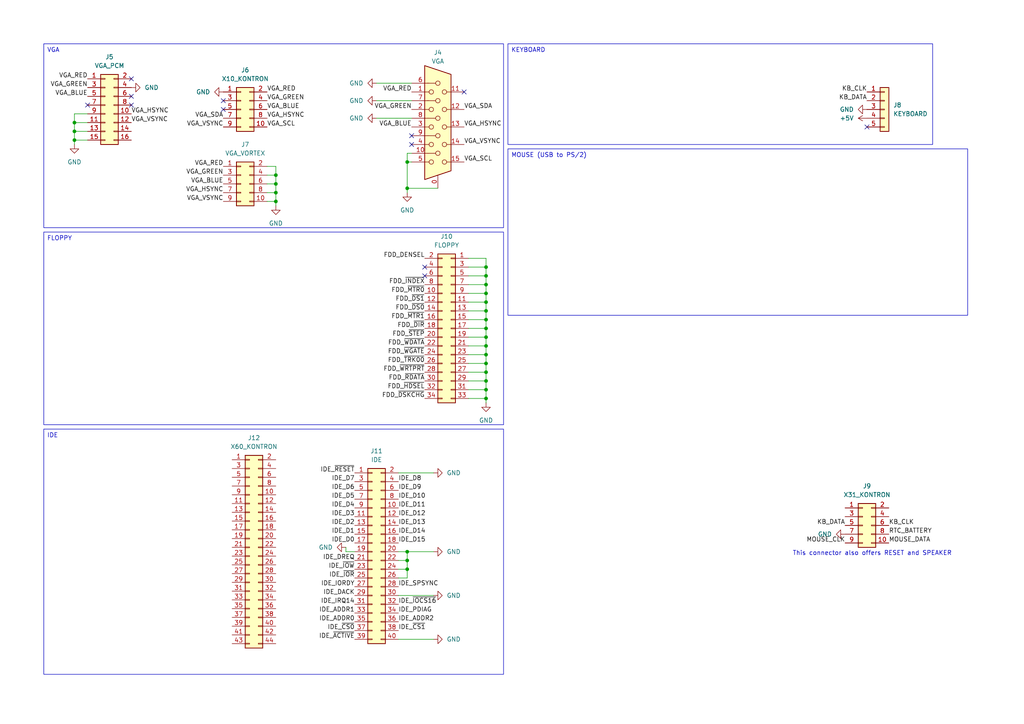
<source format=kicad_sch>
(kicad_sch (version 20230121) (generator eeschema)
  (paper "A4")
  (title_block (title "I/O ports"))
  (lib_symbols
    (symbol "Connector:DE15_Receptacle_HighDensity_MountingHoles" (pin_names (offset 1.016) hide)
      (property "Reference" "J" (at 0 21.59 0))
      (property "Value" "DE15_Receptacle_HighDensity_MountingHoles" (at 0 19.05 0))
      (symbol "DE15_Receptacle_HighDensity_MountingHoles_0_1"
        (circle (center -1.905 -10.16) (radius 0.635))
        (circle (center -1.905 -5.08) (radius 0.635))
        (circle (center -1.905 0) (radius 0.635))
        (circle (center -1.905 5.08) (radius 0.635))
        (circle (center -1.905 10.16) (radius 0.635))
        (circle (center 0 -7.62) (radius 0.635))
        (circle (center 0 -2.54) (radius 0.635))
        (polyline (pts (xy -3.175 7.62) (xy -0.635 7.62)))
        (polyline (pts (xy -0.635 -7.62) (xy -3.175 -7.62)))
        (polyline (pts (xy -0.635 -2.54) (xy -3.175 -2.54)))
        (polyline (pts (xy -0.635 2.54) (xy -3.175 2.54)))
        (polyline (pts (xy -0.635 12.7) (xy -3.175 12.7)))
        (polyline (pts (xy -3.81 17.78) (xy -3.81 -15.24) (xy 3.81 -12.7) (xy 3.81 15.24) (xy -3.81 17.78)) (stroke (width 0.254)) (fill (type background)))
        (circle (center 0 2.54) (radius 0.635))
        (circle (center 0 7.62) (radius 0.635))
        (circle (center 0 12.7) (radius 0.635))
        (circle (center 1.905 -10.16) (radius 0.635))
        (circle (center 1.905 -5.08) (radius 0.635))
        (circle (center 1.905 0) (radius 0.635))
        (circle (center 1.905 5.08) (radius 0.635))
        (circle (center 1.905 10.16) (radius 0.635))
      )
      (symbol "DE15_Receptacle_HighDensity_MountingHoles_1_1"
        (pin passive line (at 0 -17.78 90) (length 3.81) (name "~") (number "0"))
        (pin passive line (at -7.62 10.16 0) (length 5.08) (name "~") (number "1"))
        (pin passive line (at -7.62 -7.62 0) (length 5.08) (name "~") (number "10"))
        (pin passive line (at 7.62 10.16 180) (length 5.08) (name "~") (number "11"))
        (pin passive line (at 7.62 5.08 180) (length 5.08) (name "~") (number "12"))
        (pin passive line (at 7.62 0 180) (length 5.08) (name "~") (number "13"))
        (pin passive line (at 7.62 -5.08 180) (length 5.08) (name "~") (number "14"))
        (pin passive line (at 7.62 -10.16 180) (length 5.08) (name "~") (number "15"))
        (pin passive line (at -7.62 5.08 0) (length 5.08) (name "~") (number "2"))
        (pin passive line (at -7.62 0 0) (length 5.08) (name "~") (number "3"))
        (pin passive line (at -7.62 -5.08 0) (length 5.08) (name "~") (number "4"))
        (pin passive line (at -7.62 -10.16 0) (length 5.08) (name "~") (number "5"))
        (pin passive line (at -7.62 12.7 0) (length 5.08) (name "~") (number "6"))
        (pin passive line (at -7.62 7.62 0) (length 5.08) (name "~") (number "7"))
        (pin passive line (at -7.62 2.54 0) (length 5.08) (name "~") (number "8"))
        (pin passive line (at -7.62 -2.54 0) (length 5.08) (name "~") (number "9"))
      )
    )
    (symbol "Connector_Generic:Conn_01x05" (pin_names (offset 1.016) hide)
      (property "Reference" "J" (at 0 7.62 0))
      (property "Value" "Conn_01x05" (at 0 -7.62 0))
      (symbol "Conn_01x05_1_1"
        (rectangle (start -1.27 -4.953) (end 0 -5.207) (stroke (width 0.1524)))
        (rectangle (start -1.27 -2.413) (end 0 -2.667) (stroke (width 0.1524)))
        (rectangle (start -1.27 0.127) (end 0 -0.127) (stroke (width 0.1524)))
        (rectangle (start -1.27 2.667) (end 0 2.413) (stroke (width 0.1524)))
        (rectangle (start -1.27 5.207) (end 0 4.953) (stroke (width 0.1524)))
        (rectangle (start -1.27 6.35) (end 1.27 -6.35) (stroke (width 0.254)) (fill (type background)))
        (pin passive line (at -5.08 5.08 0) (length 3.81) (name "Pin_1") (number "1"))
        (pin passive line (at -5.08 2.54 0) (length 3.81) (name "Pin_2") (number "2"))
        (pin passive line (at -5.08 0 0) (length 3.81) (name "Pin_3") (number "3"))
        (pin passive line (at -5.08 -2.54 0) (length 3.81) (name "Pin_4") (number "4"))
        (pin passive line (at -5.08 -5.08 0) (length 3.81) (name "Pin_5") (number "5"))
      )
    )
    (symbol "Connector_Generic:Conn_02x05_Odd_Even" (pin_names (offset 1.016) hide)
      (property "Reference" "J" (at 1.27 7.62 0))
      (property "Value" "Conn_02x05_Odd_Even" (at 1.27 -7.62 0))
      (symbol "Conn_02x05_Odd_Even_1_1"
        (rectangle (start -1.27 -4.953) (end 0 -5.207) (stroke (width 0.1524)))
        (rectangle (start -1.27 -2.413) (end 0 -2.667) (stroke (width 0.1524)))
        (rectangle (start -1.27 0.127) (end 0 -0.127) (stroke (width 0.1524)))
        (rectangle (start -1.27 2.667) (end 0 2.413) (stroke (width 0.1524)))
        (rectangle (start -1.27 5.207) (end 0 4.953) (stroke (width 0.1524)))
        (rectangle (start -1.27 6.35) (end 3.81 -6.35) (stroke (width 0.254)) (fill (type background)))
        (rectangle (start 3.81 -4.953) (end 2.54 -5.207) (stroke (width 0.1524)))
        (rectangle (start 3.81 -2.413) (end 2.54 -2.667) (stroke (width 0.1524)))
        (rectangle (start 3.81 0.127) (end 2.54 -0.127) (stroke (width 0.1524)))
        (rectangle (start 3.81 2.667) (end 2.54 2.413) (stroke (width 0.1524)))
        (rectangle (start 3.81 5.207) (end 2.54 4.953) (stroke (width 0.1524)))
        (pin passive line (at -5.08 5.08 0) (length 3.81) (name "Pin_1") (number "1"))
        (pin passive line (at 7.62 -5.08 180) (length 3.81) (name "Pin_10") (number "10"))
        (pin passive line (at 7.62 5.08 180) (length 3.81) (name "Pin_2") (number "2"))
        (pin passive line (at -5.08 2.54 0) (length 3.81) (name "Pin_3") (number "3"))
        (pin passive line (at 7.62 2.54 180) (length 3.81) (name "Pin_4") (number "4"))
        (pin passive line (at -5.08 0 0) (length 3.81) (name "Pin_5") (number "5"))
        (pin passive line (at 7.62 0 180) (length 3.81) (name "Pin_6") (number "6"))
        (pin passive line (at -5.08 -2.54 0) (length 3.81) (name "Pin_7") (number "7"))
        (pin passive line (at 7.62 -2.54 180) (length 3.81) (name "Pin_8") (number "8"))
        (pin passive line (at -5.08 -5.08 0) (length 3.81) (name "Pin_9") (number "9"))
      )
    )
    (symbol "Connector_Generic:Conn_02x08_Odd_Even" (pin_names (offset 1.016) hide)
      (property "Reference" "J" (at 1.27 10.16 0))
      (property "Value" "Conn_02x08_Odd_Even" (at 1.27 -12.7 0))
      (symbol "Conn_02x08_Odd_Even_1_1"
        (rectangle (start -1.27 -10.033) (end 0 -10.287) (stroke (width 0.1524)))
        (rectangle (start -1.27 -7.493) (end 0 -7.747) (stroke (width 0.1524)))
        (rectangle (start -1.27 -4.953) (end 0 -5.207) (stroke (width 0.1524)))
        (rectangle (start -1.27 -2.413) (end 0 -2.667) (stroke (width 0.1524)))
        (rectangle (start -1.27 0.127) (end 0 -0.127) (stroke (width 0.1524)))
        (rectangle (start -1.27 2.667) (end 0 2.413) (stroke (width 0.1524)))
        (rectangle (start -1.27 5.207) (end 0 4.953) (stroke (width 0.1524)))
        (rectangle (start -1.27 7.747) (end 0 7.493) (stroke (width 0.1524)))
        (rectangle (start -1.27 8.89) (end 3.81 -11.43) (stroke (width 0.254)) (fill (type background)))
        (rectangle (start 3.81 -10.033) (end 2.54 -10.287) (stroke (width 0.1524)))
        (rectangle (start 3.81 -7.493) (end 2.54 -7.747) (stroke (width 0.1524)))
        (rectangle (start 3.81 -4.953) (end 2.54 -5.207) (stroke (width 0.1524)))
        (rectangle (start 3.81 -2.413) (end 2.54 -2.667) (stroke (width 0.1524)))
        (rectangle (start 3.81 0.127) (end 2.54 -0.127) (stroke (width 0.1524)))
        (rectangle (start 3.81 2.667) (end 2.54 2.413) (stroke (width 0.1524)))
        (rectangle (start 3.81 5.207) (end 2.54 4.953) (stroke (width 0.1524)))
        (rectangle (start 3.81 7.747) (end 2.54 7.493) (stroke (width 0.1524)))
        (pin passive line (at -5.08 7.62 0) (length 3.81) (name "Pin_1") (number "1"))
        (pin passive line (at 7.62 -2.54 180) (length 3.81) (name "Pin_10") (number "10"))
        (pin passive line (at -5.08 -5.08 0) (length 3.81) (name "Pin_11") (number "11"))
        (pin passive line (at 7.62 -5.08 180) (length 3.81) (name "Pin_12") (number "12"))
        (pin passive line (at -5.08 -7.62 0) (length 3.81) (name "Pin_13") (number "13"))
        (pin passive line (at 7.62 -7.62 180) (length 3.81) (name "Pin_14") (number "14"))
        (pin passive line (at -5.08 -10.16 0) (length 3.81) (name "Pin_15") (number "15"))
        (pin passive line (at 7.62 -10.16 180) (length 3.81) (name "Pin_16") (number "16"))
        (pin passive line (at 7.62 7.62 180) (length 3.81) (name "Pin_2") (number "2"))
        (pin passive line (at -5.08 5.08 0) (length 3.81) (name "Pin_3") (number "3"))
        (pin passive line (at 7.62 5.08 180) (length 3.81) (name "Pin_4") (number "4"))
        (pin passive line (at -5.08 2.54 0) (length 3.81) (name "Pin_5") (number "5"))
        (pin passive line (at 7.62 2.54 180) (length 3.81) (name "Pin_6") (number "6"))
        (pin passive line (at -5.08 0 0) (length 3.81) (name "Pin_7") (number "7"))
        (pin passive line (at 7.62 0 180) (length 3.81) (name "Pin_8") (number "8"))
        (pin passive line (at -5.08 -2.54 0) (length 3.81) (name "Pin_9") (number "9"))
      )
    )
    (symbol "Connector_Generic:Conn_02x17_Odd_Even" (pin_names (offset 1.016) hide)
      (property "Reference" "J" (at 1.27 22.86 0))
      (property "Value" "Conn_02x17_Odd_Even" (at 1.27 -22.86 0))
      (symbol "Conn_02x17_Odd_Even_1_1"
        (rectangle (start -1.27 -20.193) (end 0 -20.447) (stroke (width 0.1524)))
        (rectangle (start -1.27 -17.653) (end 0 -17.907) (stroke (width 0.1524)))
        (rectangle (start -1.27 -15.113) (end 0 -15.367) (stroke (width 0.1524)))
        (rectangle (start -1.27 -12.573) (end 0 -12.827) (stroke (width 0.1524)))
        (rectangle (start -1.27 -10.033) (end 0 -10.287) (stroke (width 0.1524)))
        (rectangle (start -1.27 -7.493) (end 0 -7.747) (stroke (width 0.1524)))
        (rectangle (start -1.27 -4.953) (end 0 -5.207) (stroke (width 0.1524)))
        (rectangle (start -1.27 -2.413) (end 0 -2.667) (stroke (width 0.1524)))
        (rectangle (start -1.27 0.127) (end 0 -0.127) (stroke (width 0.1524)))
        (rectangle (start -1.27 2.667) (end 0 2.413) (stroke (width 0.1524)))
        (rectangle (start -1.27 5.207) (end 0 4.953) (stroke (width 0.1524)))
        (rectangle (start -1.27 7.747) (end 0 7.493) (stroke (width 0.1524)))
        (rectangle (start -1.27 10.287) (end 0 10.033) (stroke (width 0.1524)))
        (rectangle (start -1.27 12.827) (end 0 12.573) (stroke (width 0.1524)))
        (rectangle (start -1.27 15.367) (end 0 15.113) (stroke (width 0.1524)))
        (rectangle (start -1.27 17.907) (end 0 17.653) (stroke (width 0.1524)))
        (rectangle (start -1.27 20.447) (end 0 20.193) (stroke (width 0.1524)))
        (rectangle (start -1.27 21.59) (end 3.81 -21.59) (stroke (width 0.254)) (fill (type background)))
        (rectangle (start 3.81 -20.193) (end 2.54 -20.447) (stroke (width 0.1524)))
        (rectangle (start 3.81 -17.653) (end 2.54 -17.907) (stroke (width 0.1524)))
        (rectangle (start 3.81 -15.113) (end 2.54 -15.367) (stroke (width 0.1524)))
        (rectangle (start 3.81 -12.573) (end 2.54 -12.827) (stroke (width 0.1524)))
        (rectangle (start 3.81 -10.033) (end 2.54 -10.287) (stroke (width 0.1524)))
        (rectangle (start 3.81 -7.493) (end 2.54 -7.747) (stroke (width 0.1524)))
        (rectangle (start 3.81 -4.953) (end 2.54 -5.207) (stroke (width 0.1524)))
        (rectangle (start 3.81 -2.413) (end 2.54 -2.667) (stroke (width 0.1524)))
        (rectangle (start 3.81 0.127) (end 2.54 -0.127) (stroke (width 0.1524)))
        (rectangle (start 3.81 2.667) (end 2.54 2.413) (stroke (width 0.1524)))
        (rectangle (start 3.81 5.207) (end 2.54 4.953) (stroke (width 0.1524)))
        (rectangle (start 3.81 7.747) (end 2.54 7.493) (stroke (width 0.1524)))
        (rectangle (start 3.81 10.287) (end 2.54 10.033) (stroke (width 0.1524)))
        (rectangle (start 3.81 12.827) (end 2.54 12.573) (stroke (width 0.1524)))
        (rectangle (start 3.81 15.367) (end 2.54 15.113) (stroke (width 0.1524)))
        (rectangle (start 3.81 17.907) (end 2.54 17.653) (stroke (width 0.1524)))
        (rectangle (start 3.81 20.447) (end 2.54 20.193) (stroke (width 0.1524)))
        (pin passive line (at -5.08 20.32 0) (length 3.81) (name "Pin_1") (number "1"))
        (pin passive line (at 7.62 10.16 180) (length 3.81) (name "Pin_10") (number "10"))
        (pin passive line (at -5.08 7.62 0) (length 3.81) (name "Pin_11") (number "11"))
        (pin passive line (at 7.62 7.62 180) (length 3.81) (name "Pin_12") (number "12"))
        (pin passive line (at -5.08 5.08 0) (length 3.81) (name "Pin_13") (number "13"))
        (pin passive line (at 7.62 5.08 180) (length 3.81) (name "Pin_14") (number "14"))
        (pin passive line (at -5.08 2.54 0) (length 3.81) (name "Pin_15") (number "15"))
        (pin passive line (at 7.62 2.54 180) (length 3.81) (name "Pin_16") (number "16"))
        (pin passive line (at -5.08 0 0) (length 3.81) (name "Pin_17") (number "17"))
        (pin passive line (at 7.62 0 180) (length 3.81) (name "Pin_18") (number "18"))
        (pin passive line (at -5.08 -2.54 0) (length 3.81) (name "Pin_19") (number "19"))
        (pin passive line (at 7.62 20.32 180) (length 3.81) (name "Pin_2") (number "2"))
        (pin passive line (at 7.62 -2.54 180) (length 3.81) (name "Pin_20") (number "20"))
        (pin passive line (at -5.08 -5.08 0) (length 3.81) (name "Pin_21") (number "21"))
        (pin passive line (at 7.62 -5.08 180) (length 3.81) (name "Pin_22") (number "22"))
        (pin passive line (at -5.08 -7.62 0) (length 3.81) (name "Pin_23") (number "23"))
        (pin passive line (at 7.62 -7.62 180) (length 3.81) (name "Pin_24") (number "24"))
        (pin passive line (at -5.08 -10.16 0) (length 3.81) (name "Pin_25") (number "25"))
        (pin passive line (at 7.62 -10.16 180) (length 3.81) (name "Pin_26") (number "26"))
        (pin passive line (at -5.08 -12.7 0) (length 3.81) (name "Pin_27") (number "27"))
        (pin passive line (at 7.62 -12.7 180) (length 3.81) (name "Pin_28") (number "28"))
        (pin passive line (at -5.08 -15.24 0) (length 3.81) (name "Pin_29") (number "29"))
        (pin passive line (at -5.08 17.78 0) (length 3.81) (name "Pin_3") (number "3"))
        (pin passive line (at 7.62 -15.24 180) (length 3.81) (name "Pin_30") (number "30"))
        (pin passive line (at -5.08 -17.78 0) (length 3.81) (name "Pin_31") (number "31"))
        (pin passive line (at 7.62 -17.78 180) (length 3.81) (name "Pin_32") (number "32"))
        (pin passive line (at -5.08 -20.32 0) (length 3.81) (name "Pin_33") (number "33"))
        (pin passive line (at 7.62 -20.32 180) (length 3.81) (name "Pin_34") (number "34"))
        (pin passive line (at 7.62 17.78 180) (length 3.81) (name "Pin_4") (number "4"))
        (pin passive line (at -5.08 15.24 0) (length 3.81) (name "Pin_5") (number "5"))
        (pin passive line (at 7.62 15.24 180) (length 3.81) (name "Pin_6") (number "6"))
        (pin passive line (at -5.08 12.7 0) (length 3.81) (name "Pin_7") (number "7"))
        (pin passive line (at 7.62 12.7 180) (length 3.81) (name "Pin_8") (number "8"))
        (pin passive line (at -5.08 10.16 0) (length 3.81) (name "Pin_9") (number "9"))
      )
    )
    (symbol "Connector_Generic:Conn_02x20_Odd_Even" (pin_names (offset 1.016) hide)
      (property "Reference" "J" (at 1.27 25.4 0))
      (property "Value" "Conn_02x20_Odd_Even" (at 1.27 -27.94 0))
      (symbol "Conn_02x20_Odd_Even_1_1"
        (rectangle (start -1.27 -25.273) (end 0 -25.527) (stroke (width 0.1524)))
        (rectangle (start -1.27 -22.733) (end 0 -22.987) (stroke (width 0.1524)))
        (rectangle (start -1.27 -20.193) (end 0 -20.447) (stroke (width 0.1524)))
        (rectangle (start -1.27 -17.653) (end 0 -17.907) (stroke (width 0.1524)))
        (rectangle (start -1.27 -15.113) (end 0 -15.367) (stroke (width 0.1524)))
        (rectangle (start -1.27 -12.573) (end 0 -12.827) (stroke (width 0.1524)))
        (rectangle (start -1.27 -10.033) (end 0 -10.287) (stroke (width 0.1524)))
        (rectangle (start -1.27 -7.493) (end 0 -7.747) (stroke (width 0.1524)))
        (rectangle (start -1.27 -4.953) (end 0 -5.207) (stroke (width 0.1524)))
        (rectangle (start -1.27 -2.413) (end 0 -2.667) (stroke (width 0.1524)))
        (rectangle (start -1.27 0.127) (end 0 -0.127) (stroke (width 0.1524)))
        (rectangle (start -1.27 2.667) (end 0 2.413) (stroke (width 0.1524)))
        (rectangle (start -1.27 5.207) (end 0 4.953) (stroke (width 0.1524)))
        (rectangle (start -1.27 7.747) (end 0 7.493) (stroke (width 0.1524)))
        (rectangle (start -1.27 10.287) (end 0 10.033) (stroke (width 0.1524)))
        (rectangle (start -1.27 12.827) (end 0 12.573) (stroke (width 0.1524)))
        (rectangle (start -1.27 15.367) (end 0 15.113) (stroke (width 0.1524)))
        (rectangle (start -1.27 17.907) (end 0 17.653) (stroke (width 0.1524)))
        (rectangle (start -1.27 20.447) (end 0 20.193) (stroke (width 0.1524)))
        (rectangle (start -1.27 22.987) (end 0 22.733) (stroke (width 0.1524)))
        (rectangle (start -1.27 24.13) (end 3.81 -26.67) (stroke (width 0.254)) (fill (type background)))
        (rectangle (start 3.81 -25.273) (end 2.54 -25.527) (stroke (width 0.1524)))
        (rectangle (start 3.81 -22.733) (end 2.54 -22.987) (stroke (width 0.1524)))
        (rectangle (start 3.81 -20.193) (end 2.54 -20.447) (stroke (width 0.1524)))
        (rectangle (start 3.81 -17.653) (end 2.54 -17.907) (stroke (width 0.1524)))
        (rectangle (start 3.81 -15.113) (end 2.54 -15.367) (stroke (width 0.1524)))
        (rectangle (start 3.81 -12.573) (end 2.54 -12.827) (stroke (width 0.1524)))
        (rectangle (start 3.81 -10.033) (end 2.54 -10.287) (stroke (width 0.1524)))
        (rectangle (start 3.81 -7.493) (end 2.54 -7.747) (stroke (width 0.1524)))
        (rectangle (start 3.81 -4.953) (end 2.54 -5.207) (stroke (width 0.1524)))
        (rectangle (start 3.81 -2.413) (end 2.54 -2.667) (stroke (width 0.1524)))
        (rectangle (start 3.81 0.127) (end 2.54 -0.127) (stroke (width 0.1524)))
        (rectangle (start 3.81 2.667) (end 2.54 2.413) (stroke (width 0.1524)))
        (rectangle (start 3.81 5.207) (end 2.54 4.953) (stroke (width 0.1524)))
        (rectangle (start 3.81 7.747) (end 2.54 7.493) (stroke (width 0.1524)))
        (rectangle (start 3.81 10.287) (end 2.54 10.033) (stroke (width 0.1524)))
        (rectangle (start 3.81 12.827) (end 2.54 12.573) (stroke (width 0.1524)))
        (rectangle (start 3.81 15.367) (end 2.54 15.113) (stroke (width 0.1524)))
        (rectangle (start 3.81 17.907) (end 2.54 17.653) (stroke (width 0.1524)))
        (rectangle (start 3.81 20.447) (end 2.54 20.193) (stroke (width 0.1524)))
        (rectangle (start 3.81 22.987) (end 2.54 22.733) (stroke (width 0.1524)))
        (pin passive line (at -5.08 22.86 0) (length 3.81) (name "Pin_1") (number "1"))
        (pin passive line (at 7.62 12.7 180) (length 3.81) (name "Pin_10") (number "10"))
        (pin passive line (at -5.08 10.16 0) (length 3.81) (name "Pin_11") (number "11"))
        (pin passive line (at 7.62 10.16 180) (length 3.81) (name "Pin_12") (number "12"))
        (pin passive line (at -5.08 7.62 0) (length 3.81) (name "Pin_13") (number "13"))
        (pin passive line (at 7.62 7.62 180) (length 3.81) (name "Pin_14") (number "14"))
        (pin passive line (at -5.08 5.08 0) (length 3.81) (name "Pin_15") (number "15"))
        (pin passive line (at 7.62 5.08 180) (length 3.81) (name "Pin_16") (number "16"))
        (pin passive line (at -5.08 2.54 0) (length 3.81) (name "Pin_17") (number "17"))
        (pin passive line (at 7.62 2.54 180) (length 3.81) (name "Pin_18") (number "18"))
        (pin passive line (at -5.08 0 0) (length 3.81) (name "Pin_19") (number "19"))
        (pin passive line (at 7.62 22.86 180) (length 3.81) (name "Pin_2") (number "2"))
        (pin passive line (at 7.62 0 180) (length 3.81) (name "Pin_20") (number "20"))
        (pin passive line (at -5.08 -2.54 0) (length 3.81) (name "Pin_21") (number "21"))
        (pin passive line (at 7.62 -2.54 180) (length 3.81) (name "Pin_22") (number "22"))
        (pin passive line (at -5.08 -5.08 0) (length 3.81) (name "Pin_23") (number "23"))
        (pin passive line (at 7.62 -5.08 180) (length 3.81) (name "Pin_24") (number "24"))
        (pin passive line (at -5.08 -7.62 0) (length 3.81) (name "Pin_25") (number "25"))
        (pin passive line (at 7.62 -7.62 180) (length 3.81) (name "Pin_26") (number "26"))
        (pin passive line (at -5.08 -10.16 0) (length 3.81) (name "Pin_27") (number "27"))
        (pin passive line (at 7.62 -10.16 180) (length 3.81) (name "Pin_28") (number "28"))
        (pin passive line (at -5.08 -12.7 0) (length 3.81) (name "Pin_29") (number "29"))
        (pin passive line (at -5.08 20.32 0) (length 3.81) (name "Pin_3") (number "3"))
        (pin passive line (at 7.62 -12.7 180) (length 3.81) (name "Pin_30") (number "30"))
        (pin passive line (at -5.08 -15.24 0) (length 3.81) (name "Pin_31") (number "31"))
        (pin passive line (at 7.62 -15.24 180) (length 3.81) (name "Pin_32") (number "32"))
        (pin passive line (at -5.08 -17.78 0) (length 3.81) (name "Pin_33") (number "33"))
        (pin passive line (at 7.62 -17.78 180) (length 3.81) (name "Pin_34") (number "34"))
        (pin passive line (at -5.08 -20.32 0) (length 3.81) (name "Pin_35") (number "35"))
        (pin passive line (at 7.62 -20.32 180) (length 3.81) (name "Pin_36") (number "36"))
        (pin passive line (at -5.08 -22.86 0) (length 3.81) (name "Pin_37") (number "37"))
        (pin passive line (at 7.62 -22.86 180) (length 3.81) (name "Pin_38") (number "38"))
        (pin passive line (at -5.08 -25.4 0) (length 3.81) (name "Pin_39") (number "39"))
        (pin passive line (at 7.62 20.32 180) (length 3.81) (name "Pin_4") (number "4"))
        (pin passive line (at 7.62 -25.4 180) (length 3.81) (name "Pin_40") (number "40"))
        (pin passive line (at -5.08 17.78 0) (length 3.81) (name "Pin_5") (number "5"))
        (pin passive line (at 7.62 17.78 180) (length 3.81) (name "Pin_6") (number "6"))
        (pin passive line (at -5.08 15.24 0) (length 3.81) (name "Pin_7") (number "7"))
        (pin passive line (at 7.62 15.24 180) (length 3.81) (name "Pin_8") (number "8"))
        (pin passive line (at -5.08 12.7 0) (length 3.81) (name "Pin_9") (number "9"))
      )
    )
    (symbol "Connector_Generic:Conn_02x22_Odd_Even" (pin_names (offset 1.016) hide)
      (property "Reference" "J" (at 1.27 27.94 0))
      (property "Value" "Conn_02x22_Odd_Even" (at 1.27 -30.48 0))
      (symbol "Conn_02x22_Odd_Even_1_1"
        (rectangle (start -1.27 -27.813) (end 0 -28.067) (stroke (width 0.1524)))
        (rectangle (start -1.27 -25.273) (end 0 -25.527) (stroke (width 0.1524)))
        (rectangle (start -1.27 -22.733) (end 0 -22.987) (stroke (width 0.1524)))
        (rectangle (start -1.27 -20.193) (end 0 -20.447) (stroke (width 0.1524)))
        (rectangle (start -1.27 -17.653) (end 0 -17.907) (stroke (width 0.1524)))
        (rectangle (start -1.27 -15.113) (end 0 -15.367) (stroke (width 0.1524)))
        (rectangle (start -1.27 -12.573) (end 0 -12.827) (stroke (width 0.1524)))
        (rectangle (start -1.27 -10.033) (end 0 -10.287) (stroke (width 0.1524)))
        (rectangle (start -1.27 -7.493) (end 0 -7.747) (stroke (width 0.1524)))
        (rectangle (start -1.27 -4.953) (end 0 -5.207) (stroke (width 0.1524)))
        (rectangle (start -1.27 -2.413) (end 0 -2.667) (stroke (width 0.1524)))
        (rectangle (start -1.27 0.127) (end 0 -0.127) (stroke (width 0.1524)))
        (rectangle (start -1.27 2.667) (end 0 2.413) (stroke (width 0.1524)))
        (rectangle (start -1.27 5.207) (end 0 4.953) (stroke (width 0.1524)))
        (rectangle (start -1.27 7.747) (end 0 7.493) (stroke (width 0.1524)))
        (rectangle (start -1.27 10.287) (end 0 10.033) (stroke (width 0.1524)))
        (rectangle (start -1.27 12.827) (end 0 12.573) (stroke (width 0.1524)))
        (rectangle (start -1.27 15.367) (end 0 15.113) (stroke (width 0.1524)))
        (rectangle (start -1.27 17.907) (end 0 17.653) (stroke (width 0.1524)))
        (rectangle (start -1.27 20.447) (end 0 20.193) (stroke (width 0.1524)))
        (rectangle (start -1.27 22.987) (end 0 22.733) (stroke (width 0.1524)))
        (rectangle (start -1.27 25.527) (end 0 25.273) (stroke (width 0.1524)))
        (rectangle (start -1.27 26.67) (end 3.81 -29.21) (stroke (width 0.254)) (fill (type background)))
        (rectangle (start 3.81 -27.813) (end 2.54 -28.067) (stroke (width 0.1524)))
        (rectangle (start 3.81 -25.273) (end 2.54 -25.527) (stroke (width 0.1524)))
        (rectangle (start 3.81 -22.733) (end 2.54 -22.987) (stroke (width 0.1524)))
        (rectangle (start 3.81 -20.193) (end 2.54 -20.447) (stroke (width 0.1524)))
        (rectangle (start 3.81 -17.653) (end 2.54 -17.907) (stroke (width 0.1524)))
        (rectangle (start 3.81 -15.113) (end 2.54 -15.367) (stroke (width 0.1524)))
        (rectangle (start 3.81 -12.573) (end 2.54 -12.827) (stroke (width 0.1524)))
        (rectangle (start 3.81 -10.033) (end 2.54 -10.287) (stroke (width 0.1524)))
        (rectangle (start 3.81 -7.493) (end 2.54 -7.747) (stroke (width 0.1524)))
        (rectangle (start 3.81 -4.953) (end 2.54 -5.207) (stroke (width 0.1524)))
        (rectangle (start 3.81 -2.413) (end 2.54 -2.667) (stroke (width 0.1524)))
        (rectangle (start 3.81 0.127) (end 2.54 -0.127) (stroke (width 0.1524)))
        (rectangle (start 3.81 2.667) (end 2.54 2.413) (stroke (width 0.1524)))
        (rectangle (start 3.81 5.207) (end 2.54 4.953) (stroke (width 0.1524)))
        (rectangle (start 3.81 7.747) (end 2.54 7.493) (stroke (width 0.1524)))
        (rectangle (start 3.81 10.287) (end 2.54 10.033) (stroke (width 0.1524)))
        (rectangle (start 3.81 12.827) (end 2.54 12.573) (stroke (width 0.1524)))
        (rectangle (start 3.81 15.367) (end 2.54 15.113) (stroke (width 0.1524)))
        (rectangle (start 3.81 17.907) (end 2.54 17.653) (stroke (width 0.1524)))
        (rectangle (start 3.81 20.447) (end 2.54 20.193) (stroke (width 0.1524)))
        (rectangle (start 3.81 22.987) (end 2.54 22.733) (stroke (width 0.1524)))
        (rectangle (start 3.81 25.527) (end 2.54 25.273) (stroke (width 0.1524)))
        (pin passive line (at -5.08 25.4 0) (length 3.81) (name "Pin_1") (number "1"))
        (pin passive line (at 7.62 15.24 180) (length 3.81) (name "Pin_10") (number "10"))
        (pin passive line (at -5.08 12.7 0) (length 3.81) (name "Pin_11") (number "11"))
        (pin passive line (at 7.62 12.7 180) (length 3.81) (name "Pin_12") (number "12"))
        (pin passive line (at -5.08 10.16 0) (length 3.81) (name "Pin_13") (number "13"))
        (pin passive line (at 7.62 10.16 180) (length 3.81) (name "Pin_14") (number "14"))
        (pin passive line (at -5.08 7.62 0) (length 3.81) (name "Pin_15") (number "15"))
        (pin passive line (at 7.62 7.62 180) (length 3.81) (name "Pin_16") (number "16"))
        (pin passive line (at -5.08 5.08 0) (length 3.81) (name "Pin_17") (number "17"))
        (pin passive line (at 7.62 5.08 180) (length 3.81) (name "Pin_18") (number "18"))
        (pin passive line (at -5.08 2.54 0) (length 3.81) (name "Pin_19") (number "19"))
        (pin passive line (at 7.62 25.4 180) (length 3.81) (name "Pin_2") (number "2"))
        (pin passive line (at 7.62 2.54 180) (length 3.81) (name "Pin_20") (number "20"))
        (pin passive line (at -5.08 0 0) (length 3.81) (name "Pin_21") (number "21"))
        (pin passive line (at 7.62 0 180) (length 3.81) (name "Pin_22") (number "22"))
        (pin passive line (at -5.08 -2.54 0) (length 3.81) (name "Pin_23") (number "23"))
        (pin passive line (at 7.62 -2.54 180) (length 3.81) (name "Pin_24") (number "24"))
        (pin passive line (at -5.08 -5.08 0) (length 3.81) (name "Pin_25") (number "25"))
        (pin passive line (at 7.62 -5.08 180) (length 3.81) (name "Pin_26") (number "26"))
        (pin passive line (at -5.08 -7.62 0) (length 3.81) (name "Pin_27") (number "27"))
        (pin passive line (at 7.62 -7.62 180) (length 3.81) (name "Pin_28") (number "28"))
        (pin passive line (at -5.08 -10.16 0) (length 3.81) (name "Pin_29") (number "29"))
        (pin passive line (at -5.08 22.86 0) (length 3.81) (name "Pin_3") (number "3"))
        (pin passive line (at 7.62 -10.16 180) (length 3.81) (name "Pin_30") (number "30"))
        (pin passive line (at -5.08 -12.7 0) (length 3.81) (name "Pin_31") (number "31"))
        (pin passive line (at 7.62 -12.7 180) (length 3.81) (name "Pin_32") (number "32"))
        (pin passive line (at -5.08 -15.24 0) (length 3.81) (name "Pin_33") (number "33"))
        (pin passive line (at 7.62 -15.24 180) (length 3.81) (name "Pin_34") (number "34"))
        (pin passive line (at -5.08 -17.78 0) (length 3.81) (name "Pin_35") (number "35"))
        (pin passive line (at 7.62 -17.78 180) (length 3.81) (name "Pin_36") (number "36"))
        (pin passive line (at -5.08 -20.32 0) (length 3.81) (name "Pin_37") (number "37"))
        (pin passive line (at 7.62 -20.32 180) (length 3.81) (name "Pin_38") (number "38"))
        (pin passive line (at -5.08 -22.86 0) (length 3.81) (name "Pin_39") (number "39"))
        (pin passive line (at 7.62 22.86 180) (length 3.81) (name "Pin_4") (number "4"))
        (pin passive line (at 7.62 -22.86 180) (length 3.81) (name "Pin_40") (number "40"))
        (pin passive line (at -5.08 -25.4 0) (length 3.81) (name "Pin_41") (number "41"))
        (pin passive line (at 7.62 -25.4 180) (length 3.81) (name "Pin_42") (number "42"))
        (pin passive line (at -5.08 -27.94 0) (length 3.81) (name "Pin_43") (number "43"))
        (pin passive line (at 7.62 -27.94 180) (length 3.81) (name "Pin_44") (number "44"))
        (pin passive line (at -5.08 20.32 0) (length 3.81) (name "Pin_5") (number "5"))
        (pin passive line (at 7.62 20.32 180) (length 3.81) (name "Pin_6") (number "6"))
        (pin passive line (at -5.08 17.78 0) (length 3.81) (name "Pin_7") (number "7"))
        (pin passive line (at 7.62 17.78 180) (length 3.81) (name "Pin_8") (number "8"))
        (pin passive line (at -5.08 15.24 0) (length 3.81) (name "Pin_9") (number "9"))
      )
    )
    (symbol "power:+5V" (power) (pin_names (offset 0))
      (property "Value" "+5V" (at 0 3.556 0))
      (symbol "+5V_0_1"
        (polyline (pts (xy -0.762 1.27) (xy 0 2.54)))
        (polyline (pts (xy 0 0) (xy 0 2.54)))
        (polyline (pts (xy 0 2.54) (xy 0.762 1.27)))
      )
      (symbol "+5V_1_1"
        (pin power_in line (at 0 0 90) (length 0) hide (name "+5V") (number "1"))
      )
    )
    (symbol "power:GND" (power) (pin_names (offset 0))
      (property "Value" "GND" (at 0 -3.81 0))
      (symbol "GND_0_1"
        (polyline (pts (xy 0 0) (xy 0 -1.27) (xy 1.27 -1.27) (xy 0 -2.54) (xy -1.27 -1.27) (xy 0 -1.27)))
      )
      (symbol "GND_1_1"
        (pin power_in line (at 0 0 270) (length 0) hide (name "GND") (number "1"))
      )
    )
  )
  (junction (at 140.97 113.03))
  (junction (at 21.59 40.64))
  (junction (at 140.97 90.17))
  (junction (at 118.11 46.99))
  (junction (at 118.11 162.56))
  (junction (at 80.01 58.42))
  (junction (at 140.97 100.33))
  (junction (at 140.97 107.95))
  (junction (at 140.97 80.01))
  (junction (at 140.97 77.47))
  (junction (at 21.59 38.1))
  (junction (at 140.97 82.55))
  (junction (at 140.97 105.41))
  (junction (at 118.11 160.02))
  (junction (at 140.97 87.63))
  (junction (at 140.97 92.71))
  (junction (at 21.59 35.56))
  (junction (at 118.11 54.61))
  (junction (at 80.01 55.88))
  (junction (at 140.97 115.57))
  (junction (at 140.97 102.87))
  (junction (at 140.97 85.09))
  (junction (at 80.01 50.8))
  (junction (at 140.97 95.25))
  (junction (at 80.01 53.34))
  (junction (at 140.97 110.49))
  (junction (at 140.97 97.79))
  (junction (at 118.11 165.1))
  (no_connect (at 123.19 80.01))
  (no_connect (at 123.19 77.47))
  (no_connect (at 251.46 36.83))
  (no_connect (at 38.1 22.86))
  (no_connect (at 64.77 31.75))
  (no_connect (at 38.1 30.48))
  (no_connect (at 119.38 39.37))
  (no_connect (at 25.4 30.48))
  (no_connect (at 119.38 41.91))
  (no_connect (at 134.62 26.67))
  (no_connect (at 38.1 27.94))
  (no_connect (at 64.77 29.21))
  (wire (pts (xy 140.97 87.63) (xy 140.97 90.17)))
  (wire (pts (xy 118.11 54.61) (xy 127 54.61)))
  (wire (pts (xy 140.97 90.17) (xy 140.97 92.71)))
  (wire (pts (xy 140.97 100.33) (xy 140.97 102.87)))
  (wire (pts (xy 135.89 102.87) (xy 140.97 102.87)))
  (wire (pts (xy 118.11 55.88) (xy 118.11 54.61)))
  (wire (pts (xy 109.22 34.29) (xy 119.38 34.29)))
  (wire (pts (xy 118.11 54.61) (xy 118.11 46.99)))
  (wire (pts (xy 135.89 95.25) (xy 140.97 95.25)))
  (wire (pts (xy 135.89 82.55) (xy 140.97 82.55)))
  (wire (pts (xy 135.89 85.09) (xy 140.97 85.09)))
  (wire (pts (xy 140.97 92.71) (xy 140.97 95.25)))
  (wire (pts (xy 77.47 58.42) (xy 80.01 58.42)))
  (wire (pts (xy 115.57 165.1) (xy 118.11 165.1)))
  (wire (pts (xy 135.89 97.79) (xy 140.97 97.79)))
  (wire (pts (xy 135.89 92.71) (xy 140.97 92.71)))
  (wire (pts (xy 21.59 38.1) (xy 21.59 40.64)))
  (wire (pts (xy 135.89 107.95) (xy 140.97 107.95)))
  (wire (pts (xy 118.11 46.99) (xy 119.38 46.99)))
  (wire (pts (xy 21.59 35.56) (xy 25.4 35.56)))
  (wire (pts (xy 77.47 55.88) (xy 80.01 55.88)))
  (wire (pts (xy 140.97 105.41) (xy 140.97 107.95)))
  (wire (pts (xy 140.97 95.25) (xy 140.97 97.79)))
  (wire (pts (xy 118.11 44.45) (xy 118.11 46.99)))
  (wire (pts (xy 118.11 162.56) (xy 118.11 160.02)))
  (wire (pts (xy 77.47 53.34) (xy 80.01 53.34)))
  (wire (pts (xy 80.01 58.42) (xy 80.01 59.69)))
  (wire (pts (xy 140.97 110.49) (xy 140.97 113.03)))
  (wire (pts (xy 118.11 165.1) (xy 118.11 162.56)))
  (wire (pts (xy 21.59 40.64) (xy 25.4 40.64)))
  (wire (pts (xy 140.97 102.87) (xy 140.97 105.41)))
  (wire (pts (xy 115.57 137.16) (xy 125.73 137.16)))
  (wire (pts (xy 119.38 44.45) (xy 118.11 44.45)))
  (wire (pts (xy 115.57 172.72) (xy 125.73 172.72)))
  (wire (pts (xy 135.89 115.57) (xy 140.97 115.57)))
  (wire (pts (xy 135.89 87.63) (xy 140.97 87.63)))
  (wire (pts (xy 140.97 107.95) (xy 140.97 110.49)))
  (wire (pts (xy 100.33 158.75) (xy 100.33 160.02)))
  (wire (pts (xy 140.97 77.47) (xy 140.97 80.01)))
  (wire (pts (xy 21.59 38.1) (xy 25.4 38.1)))
  (wire (pts (xy 135.89 77.47) (xy 140.97 77.47)))
  (wire (pts (xy 135.89 74.93) (xy 140.97 74.93)))
  (wire (pts (xy 135.89 80.01) (xy 140.97 80.01)))
  (wire (pts (xy 109.22 24.13) (xy 119.38 24.13)))
  (wire (pts (xy 109.22 29.21) (xy 119.38 29.21)))
  (wire (pts (xy 21.59 35.56) (xy 21.59 38.1)))
  (wire (pts (xy 140.97 113.03) (xy 140.97 115.57)))
  (wire (pts (xy 115.57 160.02) (xy 118.11 160.02)))
  (wire (pts (xy 100.33 160.02) (xy 102.87 160.02)))
  (wire (pts (xy 118.11 167.64) (xy 118.11 165.1)))
  (wire (pts (xy 135.89 90.17) (xy 140.97 90.17)))
  (wire (pts (xy 140.97 115.57) (xy 140.97 116.84)))
  (wire (pts (xy 80.01 50.8) (xy 80.01 53.34)))
  (wire (pts (xy 77.47 48.26) (xy 80.01 48.26)))
  (wire (pts (xy 135.89 113.03) (xy 140.97 113.03)))
  (wire (pts (xy 135.89 105.41) (xy 140.97 105.41)))
  (wire (pts (xy 115.57 167.64) (xy 118.11 167.64)))
  (wire (pts (xy 140.97 85.09) (xy 140.97 87.63)))
  (wire (pts (xy 140.97 74.93) (xy 140.97 77.47)))
  (wire (pts (xy 21.59 40.64) (xy 21.59 41.91)))
  (wire (pts (xy 115.57 185.42) (xy 125.73 185.42)))
  (wire (pts (xy 25.4 33.02) (xy 21.59 33.02)))
  (wire (pts (xy 80.01 53.34) (xy 80.01 55.88)))
  (wire (pts (xy 140.97 82.55) (xy 140.97 85.09)))
  (wire (pts (xy 140.97 80.01) (xy 140.97 82.55)))
  (wire (pts (xy 77.47 50.8) (xy 80.01 50.8)))
  (wire (pts (xy 135.89 100.33) (xy 140.97 100.33)))
  (wire (pts (xy 115.57 162.56) (xy 118.11 162.56)))
  (wire (pts (xy 21.59 33.02) (xy 21.59 35.56)))
  (wire (pts (xy 80.01 48.26) (xy 80.01 50.8)))
  (wire (pts (xy 140.97 97.79) (xy 140.97 100.33)))
  (wire (pts (xy 135.89 110.49) (xy 140.97 110.49)))
  (wire (pts (xy 80.01 55.88) (xy 80.01 58.42)))
  (wire (pts (xy 118.11 160.02) (xy 125.73 160.02)))
  (text_box "MOUSE (USB to PS/2)" (at 147.32 43.18 0) (size 133.35 48.26) (effects (font (size 1.27 1.27)) (justify left top)))
  (text_box "IDE" (at 12.7 124.46 0) (size 133.35 71.12) (effects (font (size 1.27 1.27)) (justify left top)))
  (text_box "FLOPPY" (at 12.7 67.31 0) (size 133.35 55.88) (effects (font (size 1.27 1.27)) (justify left top)))
  (text_box "KEYBOARD" (at 147.32 12.7 0) (size 123.19 29.21) (effects (font (size 1.27 1.27)) (justify left top)))
  (text_box "VGA" (at 12.7 12.7 0) (size 133.35 53.34) (effects (font (size 1.27 1.27)) (justify left top)))
  (text "This connector also offers RESET and SPEAKER" (at 229.87 161.29 0) (effects (font (size 1.27 1.27)) (justify left bottom)))
  (label "MOUSE_DATA" (at 257.81 157.48 0))
  (label "VGA_RED" (at 119.38 26.67 180))
  (label "IDE_ADDR1" (at 102.87 177.8 180))
  (label "VGA_VSYNC" (at 38.1 35.56 0))
  (label "IDE_D14" (at 115.57 154.94 0))
  (label "IDE_D3" (at 102.87 149.86 180))
  (label "FDD_~{MTR0}" (at 123.19 85.09 180))
  (label "IDE_D1" (at 102.87 154.94 180))
  (label "IDE_D0" (at 102.87 157.48 180))
  (label "FDD_DENSEL" (at 123.19 74.93 180))
  (label "FDD_~{WRTPRT}" (at 123.19 107.95 180))
  (label "IDE_D7" (at 102.87 139.7 180))
  (label "VGA_GREEN" (at 77.47 29.21 0))
  (label "VGA_RED" (at 64.77 48.26 180))
  (label "VGA_VSYNC" (at 64.77 58.42 180))
  (label "VGA_SCL" (at 77.47 36.83 0))
  (label "VGA_HSYNC" (at 77.47 34.29 0))
  (label "IDE_ADDR0" (at 102.87 180.34 180))
  (label "FDD_~{DIR}" (at 123.19 95.25 180))
  (label "KB_DATA" (at 251.46 29.21 180))
  (label "FDD_~{INDEX}" (at 123.19 82.55 180))
  (label "KB_CLK" (at 251.46 26.67 180))
  (label "IDE_~{IOR}" (at 102.87 167.64 180))
  (label "IDE_IRQ14" (at 102.87 175.26 180))
  (label "VGA_RED" (at 25.4 22.86 180))
  (label "IDE_~{IOW}" (at 102.87 165.1 180))
  (label "IDE_DACK" (at 102.87 172.72 180))
  (label "VGA_HSYNC" (at 38.1 33.02 0))
  (label "IDE_~{CS1}" (at 115.57 182.88 0))
  (label "KB_DATA" (at 245.11 152.4 180))
  (label "VGA_SCL" (at 134.62 46.99 0))
  (label "FDD_~{MTR1}" (at 123.19 92.71 180))
  (label "VGA_GREEN" (at 119.38 31.75 180))
  (label "VGA_HSYNC" (at 64.77 55.88 180))
  (label "VGA_VSYNC" (at 64.77 36.83 180))
  (label "IDE_D10" (at 115.57 144.78 0))
  (label "FDD_~{TRK00}" (at 123.19 105.41 180))
  (label "FDD_~{HDSEL}" (at 123.19 113.03 180))
  (label "VGA_SDA" (at 64.77 34.29 180))
  (label "IDE_~{CS0}" (at 102.87 182.88 180))
  (label "IDE_D6" (at 102.87 142.24 180))
  (label "IDE_SPSYNC" (at 115.57 170.18 0))
  (label "FDD_~{WDATA}" (at 123.19 100.33 180))
  (label "IDE_D2" (at 102.87 152.4 180))
  (label "IDE_D11" (at 115.57 147.32 0))
  (label "FDD_~{RDATA}" (at 123.19 110.49 180))
  (label "IDE_D4" (at 102.87 147.32 180))
  (label "VGA_HSYNC" (at 134.62 36.83 0))
  (label "IDE_PDIAG" (at 115.57 177.8 0))
  (label "VGA_GREEN" (at 25.4 25.4 180))
  (label "IDE_IORDY" (at 102.87 170.18 180))
  (label "IDE_D5" (at 102.87 144.78 180))
  (label "VGA_VSYNC" (at 134.62 41.91 0))
  (label "FDD_~{DS0}" (at 123.19 90.17 180))
  (label "FDD_~{STEP}" (at 123.19 97.79 180))
  (label "IDE_ADDR2" (at 115.57 180.34 0))
  (label "IDE_D12" (at 115.57 149.86 0))
  (label "FDD_~{DS1}" (at 123.19 87.63 180))
  (label "IDE_D13" (at 115.57 152.4 0))
  (label "IDE_D8" (at 115.57 139.7 0))
  (label "VGA_SDA" (at 134.62 31.75 0))
  (label "IDE_~{RESET}" (at 102.87 137.16 180))
  (label "VGA_BLUE" (at 77.47 31.75 0))
  (label "VGA_BLUE" (at 64.77 53.34 180))
  (label "IDE_~{IOCS16}" (at 115.57 175.26 0))
  (label "IDE_D15" (at 115.57 157.48 0))
  (label "FDD_~{DSKCHG}" (at 123.19 115.57 180))
  (label "RTC_BATTERY" (at 257.81 154.94 0))
  (label "IDE_DREQ" (at 102.87 162.56 180))
  (label "VGA_GREEN" (at 64.77 50.8 180))
  (label "VGA_BLUE" (at 119.38 36.83 180))
  (label "IDE_~{ACTIVE}" (at 102.87 185.42 180))
  (label "VGA_BLUE" (at 25.4 27.94 180))
  (label "VGA_RED" (at 77.47 26.67 0))
  (label "MOUSE_CLK" (at 245.11 157.48 180))
  (label "KB_CLK" (at 257.81 152.4 0))
  (label "IDE_D9" (at 115.57 142.24 0))
  (label "FDD_~{WGATE}" (at 123.19 102.87 180))
  (symbol (lib_id "power:GND") (at 118.11 55.88 0) (unit 1)
    (property "Reference" "#PWR025" (effects hide))
    (property "Value" "GND" (at 118.11 60.96 0))
  )
  (symbol (lib_id "power:GND") (at 140.97 116.84 0) (unit 1)
    (property "Reference" "#PWR036" (effects hide))
    (property "Value" "GND" (at 140.97 121.92 0))
  )
  (symbol (lib_id "Connector_Generic:Conn_02x22_Odd_Even") (at 72.39 158.75 0) (unit 1)
    (property "Reference" "J12" (at 73.66 127 0))
    (property "Value" "X60_KONTRON" (at 73.66 129.54 0))
    (property "Footprint" "Connector_PinHeader_2.00mm:PinHeader_2x22_P2.00mm_Vertical" (effects hide))
  )
  (symbol (lib_id "power:GND") (at 125.73 160.02 90) (unit 1)
    (property "Reference" "#PWR038" (effects hide))
    (property "Value" "GND" (at 129.54 160.02 90) (effects (justify right)))
  )
  (symbol (lib_id "Connector_Generic:Conn_01x05") (at 256.54 31.75 0) (unit 1)
    (property "Reference" "J8" (at 259.08 30.48 0) (effects (justify left)))
    (property "Value" "KEYBOARD" (at 259.08 33.02 0) (effects (justify left)))
    (property "Footprint" "Connector_JST:JST_EH_B5B-EH-A_1x05_P2.50mm_Vertical" (effects hide))
  )
  (symbol (lib_id "power:GND") (at 38.1 25.4 90) (unit 1)
    (property "Reference" "#PWR030" (effects hide))
    (property "Value" "GND" (at 41.91 25.4 90) (effects (justify right)))
  )
  (symbol (lib_id "power:GND") (at 21.59 41.91 0) (unit 1)
    (property "Reference" "#PWR029" (effects hide))
    (property "Value" "GND" (at 21.59 46.99 0))
  )
  (symbol (lib_id "Connector_Generic:Conn_02x08_Odd_Even") (at 30.48 30.48 0) (unit 1)
    (property "Reference" "J5" (at 31.75 16.51 0))
    (property "Value" "VGA_PCM" (at 31.75 19.05 0))
    (property "Footprint" "Connector_PinHeader_2.54mm:PinHeader_2x08_P2.54mm_Vertical" (effects hide))
  )
  (symbol (lib_id "power:GND") (at 100.33 158.75 270) (unit 1)
    (property "Reference" "#PWR041" (effects hide))
    (property "Value" "GND" (at 96.52 158.75 90) (effects (justify right)))
  )
  (symbol (lib_id "power:GND") (at 245.11 154.94 270) (unit 1)
    (property "Reference" "#PWR035" (effects hide))
    (property "Value" "GND" (at 241.3 154.94 90) (effects (justify right)))
  )
  (symbol (lib_id "Connector_Generic:Conn_02x05_Odd_Even") (at 250.19 152.4 0) (unit 1)
    (property "Reference" "J9" (at 251.46 140.97 0))
    (property "Value" "X31_KONTRON" (at 251.46 143.51 0))
    (property "Footprint" "Connector_PinHeader_2.54mm:PinHeader_2x05_P2.54mm_Vertical" (effects hide))
  )
  (symbol (lib_id "power:GND") (at 251.46 31.75 270) (unit 1)
    (property "Reference" "#PWR034" (effects hide))
    (property "Value" "GND" (at 247.65 31.75 90) (effects (justify right)))
  )
  (symbol (lib_id "Connector_Generic:Conn_02x17_Odd_Even") (at 130.81 95.25 0) (mirror y) (unit 1)
    (property "Reference" "J10" (at 129.54 68.58 0))
    (property "Value" "FLOPPY" (at 129.54 71.12 0))
    (property "Footprint" "Connector_IDC:IDC-Header_2x17_P2.54mm_Vertical" (effects hide))
  )
  (symbol (lib_id "power:GND") (at 125.73 172.72 90) (unit 1)
    (property "Reference" "#PWR039" (effects hide))
    (property "Value" "GND" (at 129.54 172.72 90) (effects (justify right)))
  )
  (symbol (lib_id "power:GND") (at 125.73 185.42 90) (unit 1)
    (property "Reference" "#PWR040" (effects hide))
    (property "Value" "GND" (at 129.54 185.42 90) (effects (justify right)))
  )
  (symbol (lib_id "power:GND") (at 109.22 34.29 270) (unit 1)
    (property "Reference" "#PWR026" (effects hide))
    (property "Value" "GND" (at 105.41 34.29 90) (effects (justify right)))
  )
  (symbol (lib_id "power:GND") (at 80.01 59.69 0) (unit 1)
    (property "Reference" "#PWR031" (effects hide))
    (property "Value" "GND" (at 80.01 64.77 0))
  )
  (symbol (lib_id "power:GND") (at 125.73 137.16 90) (unit 1)
    (property "Reference" "#PWR037" (effects hide))
    (property "Value" "GND" (at 129.54 137.16 90) (effects (justify right)))
  )
  (symbol (lib_id "Connector_Generic:Conn_02x05_Odd_Even") (at 69.85 31.75 0) (unit 1)
    (property "Reference" "J6" (at 71.12 20.32 0))
    (property "Value" "X10_KONTRON" (at 71.12 22.86 0))
    (property "Footprint" "Connector_PinHeader_2.54mm:PinHeader_2x05_P2.54mm_Vertical" (effects hide))
  )
  (symbol (lib_id "Connector_Generic:Conn_02x20_Odd_Even") (at 107.95 160.02 0) (unit 1)
    (property "Reference" "J11" (at 109.22 130.81 0))
    (property "Value" "IDE" (at 109.22 133.35 0))
    (property "Footprint" "Connector_IDC:IDC-Header_2x20_P2.54mm_Vertical" (effects hide))
  )
  (symbol (lib_id "power:+5V") (at 251.46 34.29 90) (unit 1)
    (property "Reference" "#PWR033" (effects hide))
    (property "Value" "+5V" (at 247.65 34.29 90) (effects (justify left)))
  )
  (symbol (lib_id "power:GND") (at 109.22 29.21 270) (unit 1)
    (property "Reference" "#PWR027" (effects hide))
    (property "Value" "GND" (at 105.41 29.21 90) (effects (justify right)))
  )
  (symbol (lib_id "power:GND") (at 64.77 26.67 270) (unit 1)
    (property "Reference" "#PWR032" (effects hide))
    (property "Value" "GND" (at 60.96 26.67 90) (effects (justify right)))
  )
  (symbol (lib_id "Connector_Generic:Conn_02x05_Odd_Even") (at 69.85 53.34 0) (unit 1)
    (property "Reference" "J7" (at 71.12 41.91 0))
    (property "Value" "VGA_VORTEX" (at 71.12 44.45 0))
    (property "Footprint" "Connector_PinHeader_2.00mm:PinHeader_2x05_P2.00mm_Vertical" (effects hide))
  )
  (symbol (lib_id "Connector:DE15_Receptacle_HighDensity_MountingHoles") (at 127 36.83 0) (unit 1)
    (property "Reference" "J4" (at 127 15.24 0))
    (property "Value" "VGA" (at 127 17.78 0))
    (property "Footprint" "Connector_Dsub:DSUB-15-HD_Female_Horizontal_P2.29x1.98mm_EdgePinOffset8.35mm_Housed_MountingHolesOffset10.89mm" (effects hide))
    (property "Datasheet" " ~" (effects hide))
  )
  (symbol (lib_id "power:GND") (at 109.22 24.13 270) (unit 1)
    (property "Reference" "#PWR028" (effects hide))
    (property "Value" "GND" (at 105.41 24.13 90) (effects (justify right)))
  )
)
</source>
